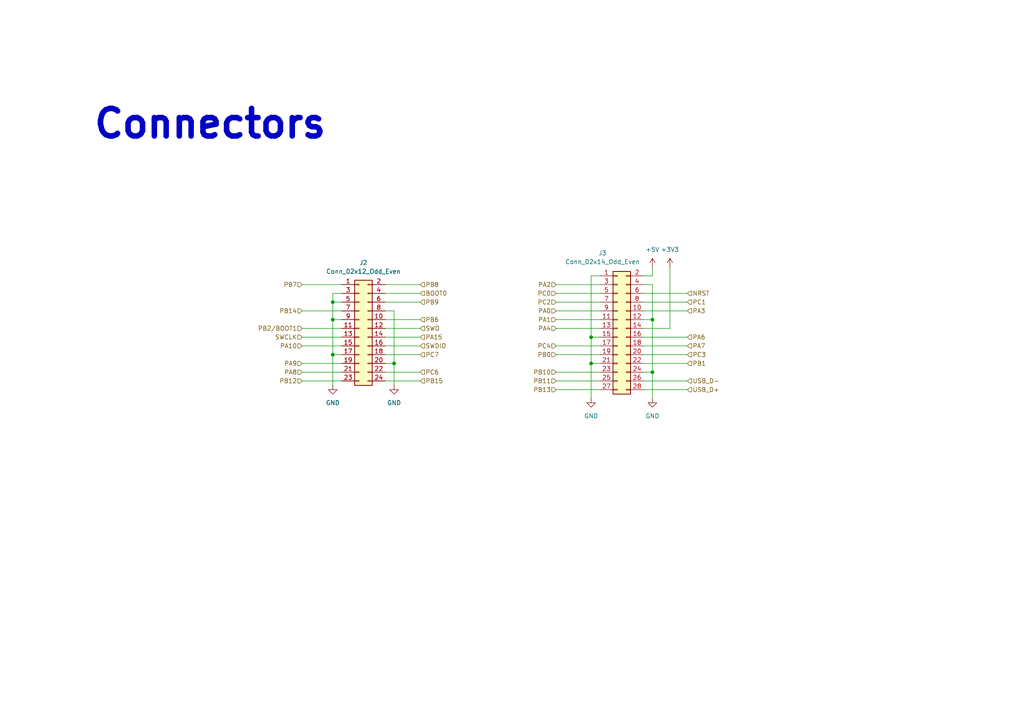
<source format=kicad_sch>
(kicad_sch
	(version 20231120)
	(generator "eeschema")
	(generator_version "8.0")
	(uuid "3a2bdeda-951e-4dd1-9900-f5fbd165c490")
	(paper "A4")
	(lib_symbols
		(symbol "Connector_Generic:Conn_02x12_Odd_Even"
			(pin_names
				(offset 1.016) hide)
			(exclude_from_sim no)
			(in_bom yes)
			(on_board yes)
			(property "Reference" "J"
				(at 1.27 15.24 0)
				(effects
					(font
						(size 1.27 1.27)
					)
				)
			)
			(property "Value" "Conn_02x12_Odd_Even"
				(at 1.27 -17.78 0)
				(effects
					(font
						(size 1.27 1.27)
					)
				)
			)
			(property "Footprint" ""
				(at 0 0 0)
				(effects
					(font
						(size 1.27 1.27)
					)
					(hide yes)
				)
			)
			(property "Datasheet" "~"
				(at 0 0 0)
				(effects
					(font
						(size 1.27 1.27)
					)
					(hide yes)
				)
			)
			(property "Description" "Generic connector, double row, 02x12, odd/even pin numbering scheme (row 1 odd numbers, row 2 even numbers), script generated (kicad-library-utils/schlib/autogen/connector/)"
				(at 0 0 0)
				(effects
					(font
						(size 1.27 1.27)
					)
					(hide yes)
				)
			)
			(property "ki_keywords" "connector"
				(at 0 0 0)
				(effects
					(font
						(size 1.27 1.27)
					)
					(hide yes)
				)
			)
			(property "ki_fp_filters" "Connector*:*_2x??_*"
				(at 0 0 0)
				(effects
					(font
						(size 1.27 1.27)
					)
					(hide yes)
				)
			)
			(symbol "Conn_02x12_Odd_Even_1_1"
				(rectangle
					(start -1.27 -15.113)
					(end 0 -15.367)
					(stroke
						(width 0.1524)
						(type default)
					)
					(fill
						(type none)
					)
				)
				(rectangle
					(start -1.27 -12.573)
					(end 0 -12.827)
					(stroke
						(width 0.1524)
						(type default)
					)
					(fill
						(type none)
					)
				)
				(rectangle
					(start -1.27 -10.033)
					(end 0 -10.287)
					(stroke
						(width 0.1524)
						(type default)
					)
					(fill
						(type none)
					)
				)
				(rectangle
					(start -1.27 -7.493)
					(end 0 -7.747)
					(stroke
						(width 0.1524)
						(type default)
					)
					(fill
						(type none)
					)
				)
				(rectangle
					(start -1.27 -4.953)
					(end 0 -5.207)
					(stroke
						(width 0.1524)
						(type default)
					)
					(fill
						(type none)
					)
				)
				(rectangle
					(start -1.27 -2.413)
					(end 0 -2.667)
					(stroke
						(width 0.1524)
						(type default)
					)
					(fill
						(type none)
					)
				)
				(rectangle
					(start -1.27 0.127)
					(end 0 -0.127)
					(stroke
						(width 0.1524)
						(type default)
					)
					(fill
						(type none)
					)
				)
				(rectangle
					(start -1.27 2.667)
					(end 0 2.413)
					(stroke
						(width 0.1524)
						(type default)
					)
					(fill
						(type none)
					)
				)
				(rectangle
					(start -1.27 5.207)
					(end 0 4.953)
					(stroke
						(width 0.1524)
						(type default)
					)
					(fill
						(type none)
					)
				)
				(rectangle
					(start -1.27 7.747)
					(end 0 7.493)
					(stroke
						(width 0.1524)
						(type default)
					)
					(fill
						(type none)
					)
				)
				(rectangle
					(start -1.27 10.287)
					(end 0 10.033)
					(stroke
						(width 0.1524)
						(type default)
					)
					(fill
						(type none)
					)
				)
				(rectangle
					(start -1.27 12.827)
					(end 0 12.573)
					(stroke
						(width 0.1524)
						(type default)
					)
					(fill
						(type none)
					)
				)
				(rectangle
					(start -1.27 13.97)
					(end 3.81 -16.51)
					(stroke
						(width 0.254)
						(type default)
					)
					(fill
						(type background)
					)
				)
				(rectangle
					(start 3.81 -15.113)
					(end 2.54 -15.367)
					(stroke
						(width 0.1524)
						(type default)
					)
					(fill
						(type none)
					)
				)
				(rectangle
					(start 3.81 -12.573)
					(end 2.54 -12.827)
					(stroke
						(width 0.1524)
						(type default)
					)
					(fill
						(type none)
					)
				)
				(rectangle
					(start 3.81 -10.033)
					(end 2.54 -10.287)
					(stroke
						(width 0.1524)
						(type default)
					)
					(fill
						(type none)
					)
				)
				(rectangle
					(start 3.81 -7.493)
					(end 2.54 -7.747)
					(stroke
						(width 0.1524)
						(type default)
					)
					(fill
						(type none)
					)
				)
				(rectangle
					(start 3.81 -4.953)
					(end 2.54 -5.207)
					(stroke
						(width 0.1524)
						(type default)
					)
					(fill
						(type none)
					)
				)
				(rectangle
					(start 3.81 -2.413)
					(end 2.54 -2.667)
					(stroke
						(width 0.1524)
						(type default)
					)
					(fill
						(type none)
					)
				)
				(rectangle
					(start 3.81 0.127)
					(end 2.54 -0.127)
					(stroke
						(width 0.1524)
						(type default)
					)
					(fill
						(type none)
					)
				)
				(rectangle
					(start 3.81 2.667)
					(end 2.54 2.413)
					(stroke
						(width 0.1524)
						(type default)
					)
					(fill
						(type none)
					)
				)
				(rectangle
					(start 3.81 5.207)
					(end 2.54 4.953)
					(stroke
						(width 0.1524)
						(type default)
					)
					(fill
						(type none)
					)
				)
				(rectangle
					(start 3.81 7.747)
					(end 2.54 7.493)
					(stroke
						(width 0.1524)
						(type default)
					)
					(fill
						(type none)
					)
				)
				(rectangle
					(start 3.81 10.287)
					(end 2.54 10.033)
					(stroke
						(width 0.1524)
						(type default)
					)
					(fill
						(type none)
					)
				)
				(rectangle
					(start 3.81 12.827)
					(end 2.54 12.573)
					(stroke
						(width 0.1524)
						(type default)
					)
					(fill
						(type none)
					)
				)
				(pin passive line
					(at -5.08 12.7 0)
					(length 3.81)
					(name "Pin_1"
						(effects
							(font
								(size 1.27 1.27)
							)
						)
					)
					(number "1"
						(effects
							(font
								(size 1.27 1.27)
							)
						)
					)
				)
				(pin passive line
					(at 7.62 2.54 180)
					(length 3.81)
					(name "Pin_10"
						(effects
							(font
								(size 1.27 1.27)
							)
						)
					)
					(number "10"
						(effects
							(font
								(size 1.27 1.27)
							)
						)
					)
				)
				(pin passive line
					(at -5.08 0 0)
					(length 3.81)
					(name "Pin_11"
						(effects
							(font
								(size 1.27 1.27)
							)
						)
					)
					(number "11"
						(effects
							(font
								(size 1.27 1.27)
							)
						)
					)
				)
				(pin passive line
					(at 7.62 0 180)
					(length 3.81)
					(name "Pin_12"
						(effects
							(font
								(size 1.27 1.27)
							)
						)
					)
					(number "12"
						(effects
							(font
								(size 1.27 1.27)
							)
						)
					)
				)
				(pin passive line
					(at -5.08 -2.54 0)
					(length 3.81)
					(name "Pin_13"
						(effects
							(font
								(size 1.27 1.27)
							)
						)
					)
					(number "13"
						(effects
							(font
								(size 1.27 1.27)
							)
						)
					)
				)
				(pin passive line
					(at 7.62 -2.54 180)
					(length 3.81)
					(name "Pin_14"
						(effects
							(font
								(size 1.27 1.27)
							)
						)
					)
					(number "14"
						(effects
							(font
								(size 1.27 1.27)
							)
						)
					)
				)
				(pin passive line
					(at -5.08 -5.08 0)
					(length 3.81)
					(name "Pin_15"
						(effects
							(font
								(size 1.27 1.27)
							)
						)
					)
					(number "15"
						(effects
							(font
								(size 1.27 1.27)
							)
						)
					)
				)
				(pin passive line
					(at 7.62 -5.08 180)
					(length 3.81)
					(name "Pin_16"
						(effects
							(font
								(size 1.27 1.27)
							)
						)
					)
					(number "16"
						(effects
							(font
								(size 1.27 1.27)
							)
						)
					)
				)
				(pin passive line
					(at -5.08 -7.62 0)
					(length 3.81)
					(name "Pin_17"
						(effects
							(font
								(size 1.27 1.27)
							)
						)
					)
					(number "17"
						(effects
							(font
								(size 1.27 1.27)
							)
						)
					)
				)
				(pin passive line
					(at 7.62 -7.62 180)
					(length 3.81)
					(name "Pin_18"
						(effects
							(font
								(size 1.27 1.27)
							)
						)
					)
					(number "18"
						(effects
							(font
								(size 1.27 1.27)
							)
						)
					)
				)
				(pin passive line
					(at -5.08 -10.16 0)
					(length 3.81)
					(name "Pin_19"
						(effects
							(font
								(size 1.27 1.27)
							)
						)
					)
					(number "19"
						(effects
							(font
								(size 1.27 1.27)
							)
						)
					)
				)
				(pin passive line
					(at 7.62 12.7 180)
					(length 3.81)
					(name "Pin_2"
						(effects
							(font
								(size 1.27 1.27)
							)
						)
					)
					(number "2"
						(effects
							(font
								(size 1.27 1.27)
							)
						)
					)
				)
				(pin passive line
					(at 7.62 -10.16 180)
					(length 3.81)
					(name "Pin_20"
						(effects
							(font
								(size 1.27 1.27)
							)
						)
					)
					(number "20"
						(effects
							(font
								(size 1.27 1.27)
							)
						)
					)
				)
				(pin passive line
					(at -5.08 -12.7 0)
					(length 3.81)
					(name "Pin_21"
						(effects
							(font
								(size 1.27 1.27)
							)
						)
					)
					(number "21"
						(effects
							(font
								(size 1.27 1.27)
							)
						)
					)
				)
				(pin passive line
					(at 7.62 -12.7 180)
					(length 3.81)
					(name "Pin_22"
						(effects
							(font
								(size 1.27 1.27)
							)
						)
					)
					(number "22"
						(effects
							(font
								(size 1.27 1.27)
							)
						)
					)
				)
				(pin passive line
					(at -5.08 -15.24 0)
					(length 3.81)
					(name "Pin_23"
						(effects
							(font
								(size 1.27 1.27)
							)
						)
					)
					(number "23"
						(effects
							(font
								(size 1.27 1.27)
							)
						)
					)
				)
				(pin passive line
					(at 7.62 -15.24 180)
					(length 3.81)
					(name "Pin_24"
						(effects
							(font
								(size 1.27 1.27)
							)
						)
					)
					(number "24"
						(effects
							(font
								(size 1.27 1.27)
							)
						)
					)
				)
				(pin passive line
					(at -5.08 10.16 0)
					(length 3.81)
					(name "Pin_3"
						(effects
							(font
								(size 1.27 1.27)
							)
						)
					)
					(number "3"
						(effects
							(font
								(size 1.27 1.27)
							)
						)
					)
				)
				(pin passive line
					(at 7.62 10.16 180)
					(length 3.81)
					(name "Pin_4"
						(effects
							(font
								(size 1.27 1.27)
							)
						)
					)
					(number "4"
						(effects
							(font
								(size 1.27 1.27)
							)
						)
					)
				)
				(pin passive line
					(at -5.08 7.62 0)
					(length 3.81)
					(name "Pin_5"
						(effects
							(font
								(size 1.27 1.27)
							)
						)
					)
					(number "5"
						(effects
							(font
								(size 1.27 1.27)
							)
						)
					)
				)
				(pin passive line
					(at 7.62 7.62 180)
					(length 3.81)
					(name "Pin_6"
						(effects
							(font
								(size 1.27 1.27)
							)
						)
					)
					(number "6"
						(effects
							(font
								(size 1.27 1.27)
							)
						)
					)
				)
				(pin passive line
					(at -5.08 5.08 0)
					(length 3.81)
					(name "Pin_7"
						(effects
							(font
								(size 1.27 1.27)
							)
						)
					)
					(number "7"
						(effects
							(font
								(size 1.27 1.27)
							)
						)
					)
				)
				(pin passive line
					(at 7.62 5.08 180)
					(length 3.81)
					(name "Pin_8"
						(effects
							(font
								(size 1.27 1.27)
							)
						)
					)
					(number "8"
						(effects
							(font
								(size 1.27 1.27)
							)
						)
					)
				)
				(pin passive line
					(at -5.08 2.54 0)
					(length 3.81)
					(name "Pin_9"
						(effects
							(font
								(size 1.27 1.27)
							)
						)
					)
					(number "9"
						(effects
							(font
								(size 1.27 1.27)
							)
						)
					)
				)
			)
		)
		(symbol "Connector_Generic:Conn_02x14_Odd_Even"
			(pin_names
				(offset 1.016) hide)
			(exclude_from_sim no)
			(in_bom yes)
			(on_board yes)
			(property "Reference" "J"
				(at 1.27 17.78 0)
				(effects
					(font
						(size 1.27 1.27)
					)
				)
			)
			(property "Value" "Conn_02x14_Odd_Even"
				(at 1.27 -20.32 0)
				(effects
					(font
						(size 1.27 1.27)
					)
				)
			)
			(property "Footprint" ""
				(at 0 0 0)
				(effects
					(font
						(size 1.27 1.27)
					)
					(hide yes)
				)
			)
			(property "Datasheet" "~"
				(at 0 0 0)
				(effects
					(font
						(size 1.27 1.27)
					)
					(hide yes)
				)
			)
			(property "Description" "Generic connector, double row, 02x14, odd/even pin numbering scheme (row 1 odd numbers, row 2 even numbers), script generated (kicad-library-utils/schlib/autogen/connector/)"
				(at 0 0 0)
				(effects
					(font
						(size 1.27 1.27)
					)
					(hide yes)
				)
			)
			(property "ki_keywords" "connector"
				(at 0 0 0)
				(effects
					(font
						(size 1.27 1.27)
					)
					(hide yes)
				)
			)
			(property "ki_fp_filters" "Connector*:*_2x??_*"
				(at 0 0 0)
				(effects
					(font
						(size 1.27 1.27)
					)
					(hide yes)
				)
			)
			(symbol "Conn_02x14_Odd_Even_1_1"
				(rectangle
					(start -1.27 -17.653)
					(end 0 -17.907)
					(stroke
						(width 0.1524)
						(type default)
					)
					(fill
						(type none)
					)
				)
				(rectangle
					(start -1.27 -15.113)
					(end 0 -15.367)
					(stroke
						(width 0.1524)
						(type default)
					)
					(fill
						(type none)
					)
				)
				(rectangle
					(start -1.27 -12.573)
					(end 0 -12.827)
					(stroke
						(width 0.1524)
						(type default)
					)
					(fill
						(type none)
					)
				)
				(rectangle
					(start -1.27 -10.033)
					(end 0 -10.287)
					(stroke
						(width 0.1524)
						(type default)
					)
					(fill
						(type none)
					)
				)
				(rectangle
					(start -1.27 -7.493)
					(end 0 -7.747)
					(stroke
						(width 0.1524)
						(type default)
					)
					(fill
						(type none)
					)
				)
				(rectangle
					(start -1.27 -4.953)
					(end 0 -5.207)
					(stroke
						(width 0.1524)
						(type default)
					)
					(fill
						(type none)
					)
				)
				(rectangle
					(start -1.27 -2.413)
					(end 0 -2.667)
					(stroke
						(width 0.1524)
						(type default)
					)
					(fill
						(type none)
					)
				)
				(rectangle
					(start -1.27 0.127)
					(end 0 -0.127)
					(stroke
						(width 0.1524)
						(type default)
					)
					(fill
						(type none)
					)
				)
				(rectangle
					(start -1.27 2.667)
					(end 0 2.413)
					(stroke
						(width 0.1524)
						(type default)
					)
					(fill
						(type none)
					)
				)
				(rectangle
					(start -1.27 5.207)
					(end 0 4.953)
					(stroke
						(width 0.1524)
						(type default)
					)
					(fill
						(type none)
					)
				)
				(rectangle
					(start -1.27 7.747)
					(end 0 7.493)
					(stroke
						(width 0.1524)
						(type default)
					)
					(fill
						(type none)
					)
				)
				(rectangle
					(start -1.27 10.287)
					(end 0 10.033)
					(stroke
						(width 0.1524)
						(type default)
					)
					(fill
						(type none)
					)
				)
				(rectangle
					(start -1.27 12.827)
					(end 0 12.573)
					(stroke
						(width 0.1524)
						(type default)
					)
					(fill
						(type none)
					)
				)
				(rectangle
					(start -1.27 15.367)
					(end 0 15.113)
					(stroke
						(width 0.1524)
						(type default)
					)
					(fill
						(type none)
					)
				)
				(rectangle
					(start -1.27 16.51)
					(end 3.81 -19.05)
					(stroke
						(width 0.254)
						(type default)
					)
					(fill
						(type background)
					)
				)
				(rectangle
					(start 3.81 -17.653)
					(end 2.54 -17.907)
					(stroke
						(width 0.1524)
						(type default)
					)
					(fill
						(type none)
					)
				)
				(rectangle
					(start 3.81 -15.113)
					(end 2.54 -15.367)
					(stroke
						(width 0.1524)
						(type default)
					)
					(fill
						(type none)
					)
				)
				(rectangle
					(start 3.81 -12.573)
					(end 2.54 -12.827)
					(stroke
						(width 0.1524)
						(type default)
					)
					(fill
						(type none)
					)
				)
				(rectangle
					(start 3.81 -10.033)
					(end 2.54 -10.287)
					(stroke
						(width 0.1524)
						(type default)
					)
					(fill
						(type none)
					)
				)
				(rectangle
					(start 3.81 -7.493)
					(end 2.54 -7.747)
					(stroke
						(width 0.1524)
						(type default)
					)
					(fill
						(type none)
					)
				)
				(rectangle
					(start 3.81 -4.953)
					(end 2.54 -5.207)
					(stroke
						(width 0.1524)
						(type default)
					)
					(fill
						(type none)
					)
				)
				(rectangle
					(start 3.81 -2.413)
					(end 2.54 -2.667)
					(stroke
						(width 0.1524)
						(type default)
					)
					(fill
						(type none)
					)
				)
				(rectangle
					(start 3.81 0.127)
					(end 2.54 -0.127)
					(stroke
						(width 0.1524)
						(type default)
					)
					(fill
						(type none)
					)
				)
				(rectangle
					(start 3.81 2.667)
					(end 2.54 2.413)
					(stroke
						(width 0.1524)
						(type default)
					)
					(fill
						(type none)
					)
				)
				(rectangle
					(start 3.81 5.207)
					(end 2.54 4.953)
					(stroke
						(width 0.1524)
						(type default)
					)
					(fill
						(type none)
					)
				)
				(rectangle
					(start 3.81 7.747)
					(end 2.54 7.493)
					(stroke
						(width 0.1524)
						(type default)
					)
					(fill
						(type none)
					)
				)
				(rectangle
					(start 3.81 10.287)
					(end 2.54 10.033)
					(stroke
						(width 0.1524)
						(type default)
					)
					(fill
						(type none)
					)
				)
				(rectangle
					(start 3.81 12.827)
					(end 2.54 12.573)
					(stroke
						(width 0.1524)
						(type default)
					)
					(fill
						(type none)
					)
				)
				(rectangle
					(start 3.81 15.367)
					(end 2.54 15.113)
					(stroke
						(width 0.1524)
						(type default)
					)
					(fill
						(type none)
					)
				)
				(pin passive line
					(at -5.08 15.24 0)
					(length 3.81)
					(name "Pin_1"
						(effects
							(font
								(size 1.27 1.27)
							)
						)
					)
					(number "1"
						(effects
							(font
								(size 1.27 1.27)
							)
						)
					)
				)
				(pin passive line
					(at 7.62 5.08 180)
					(length 3.81)
					(name "Pin_10"
						(effects
							(font
								(size 1.27 1.27)
							)
						)
					)
					(number "10"
						(effects
							(font
								(size 1.27 1.27)
							)
						)
					)
				)
				(pin passive line
					(at -5.08 2.54 0)
					(length 3.81)
					(name "Pin_11"
						(effects
							(font
								(size 1.27 1.27)
							)
						)
					)
					(number "11"
						(effects
							(font
								(size 1.27 1.27)
							)
						)
					)
				)
				(pin passive line
					(at 7.62 2.54 180)
					(length 3.81)
					(name "Pin_12"
						(effects
							(font
								(size 1.27 1.27)
							)
						)
					)
					(number "12"
						(effects
							(font
								(size 1.27 1.27)
							)
						)
					)
				)
				(pin passive line
					(at -5.08 0 0)
					(length 3.81)
					(name "Pin_13"
						(effects
							(font
								(size 1.27 1.27)
							)
						)
					)
					(number "13"
						(effects
							(font
								(size 1.27 1.27)
							)
						)
					)
				)
				(pin passive line
					(at 7.62 0 180)
					(length 3.81)
					(name "Pin_14"
						(effects
							(font
								(size 1.27 1.27)
							)
						)
					)
					(number "14"
						(effects
							(font
								(size 1.27 1.27)
							)
						)
					)
				)
				(pin passive line
					(at -5.08 -2.54 0)
					(length 3.81)
					(name "Pin_15"
						(effects
							(font
								(size 1.27 1.27)
							)
						)
					)
					(number "15"
						(effects
							(font
								(size 1.27 1.27)
							)
						)
					)
				)
				(pin passive line
					(at 7.62 -2.54 180)
					(length 3.81)
					(name "Pin_16"
						(effects
							(font
								(size 1.27 1.27)
							)
						)
					)
					(number "16"
						(effects
							(font
								(size 1.27 1.27)
							)
						)
					)
				)
				(pin passive line
					(at -5.08 -5.08 0)
					(length 3.81)
					(name "Pin_17"
						(effects
							(font
								(size 1.27 1.27)
							)
						)
					)
					(number "17"
						(effects
							(font
								(size 1.27 1.27)
							)
						)
					)
				)
				(pin passive line
					(at 7.62 -5.08 180)
					(length 3.81)
					(name "Pin_18"
						(effects
							(font
								(size 1.27 1.27)
							)
						)
					)
					(number "18"
						(effects
							(font
								(size 1.27 1.27)
							)
						)
					)
				)
				(pin passive line
					(at -5.08 -7.62 0)
					(length 3.81)
					(name "Pin_19"
						(effects
							(font
								(size 1.27 1.27)
							)
						)
					)
					(number "19"
						(effects
							(font
								(size 1.27 1.27)
							)
						)
					)
				)
				(pin passive line
					(at 7.62 15.24 180)
					(length 3.81)
					(name "Pin_2"
						(effects
							(font
								(size 1.27 1.27)
							)
						)
					)
					(number "2"
						(effects
							(font
								(size 1.27 1.27)
							)
						)
					)
				)
				(pin passive line
					(at 7.62 -7.62 180)
					(length 3.81)
					(name "Pin_20"
						(effects
							(font
								(size 1.27 1.27)
							)
						)
					)
					(number "20"
						(effects
							(font
								(size 1.27 1.27)
							)
						)
					)
				)
				(pin passive line
					(at -5.08 -10.16 0)
					(length 3.81)
					(name "Pin_21"
						(effects
							(font
								(size 1.27 1.27)
							)
						)
					)
					(number "21"
						(effects
							(font
								(size 1.27 1.27)
							)
						)
					)
				)
				(pin passive line
					(at 7.62 -10.16 180)
					(length 3.81)
					(name "Pin_22"
						(effects
							(font
								(size 1.27 1.27)
							)
						)
					)
					(number "22"
						(effects
							(font
								(size 1.27 1.27)
							)
						)
					)
				)
				(pin passive line
					(at -5.08 -12.7 0)
					(length 3.81)
					(name "Pin_23"
						(effects
							(font
								(size 1.27 1.27)
							)
						)
					)
					(number "23"
						(effects
							(font
								(size 1.27 1.27)
							)
						)
					)
				)
				(pin passive line
					(at 7.62 -12.7 180)
					(length 3.81)
					(name "Pin_24"
						(effects
							(font
								(size 1.27 1.27)
							)
						)
					)
					(number "24"
						(effects
							(font
								(size 1.27 1.27)
							)
						)
					)
				)
				(pin passive line
					(at -5.08 -15.24 0)
					(length 3.81)
					(name "Pin_25"
						(effects
							(font
								(size 1.27 1.27)
							)
						)
					)
					(number "25"
						(effects
							(font
								(size 1.27 1.27)
							)
						)
					)
				)
				(pin passive line
					(at 7.62 -15.24 180)
					(length 3.81)
					(name "Pin_26"
						(effects
							(font
								(size 1.27 1.27)
							)
						)
					)
					(number "26"
						(effects
							(font
								(size 1.27 1.27)
							)
						)
					)
				)
				(pin passive line
					(at -5.08 -17.78 0)
					(length 3.81)
					(name "Pin_27"
						(effects
							(font
								(size 1.27 1.27)
							)
						)
					)
					(number "27"
						(effects
							(font
								(size 1.27 1.27)
							)
						)
					)
				)
				(pin passive line
					(at 7.62 -17.78 180)
					(length 3.81)
					(name "Pin_28"
						(effects
							(font
								(size 1.27 1.27)
							)
						)
					)
					(number "28"
						(effects
							(font
								(size 1.27 1.27)
							)
						)
					)
				)
				(pin passive line
					(at -5.08 12.7 0)
					(length 3.81)
					(name "Pin_3"
						(effects
							(font
								(size 1.27 1.27)
							)
						)
					)
					(number "3"
						(effects
							(font
								(size 1.27 1.27)
							)
						)
					)
				)
				(pin passive line
					(at 7.62 12.7 180)
					(length 3.81)
					(name "Pin_4"
						(effects
							(font
								(size 1.27 1.27)
							)
						)
					)
					(number "4"
						(effects
							(font
								(size 1.27 1.27)
							)
						)
					)
				)
				(pin passive line
					(at -5.08 10.16 0)
					(length 3.81)
					(name "Pin_5"
						(effects
							(font
								(size 1.27 1.27)
							)
						)
					)
					(number "5"
						(effects
							(font
								(size 1.27 1.27)
							)
						)
					)
				)
				(pin passive line
					(at 7.62 10.16 180)
					(length 3.81)
					(name "Pin_6"
						(effects
							(font
								(size 1.27 1.27)
							)
						)
					)
					(number "6"
						(effects
							(font
								(size 1.27 1.27)
							)
						)
					)
				)
				(pin passive line
					(at -5.08 7.62 0)
					(length 3.81)
					(name "Pin_7"
						(effects
							(font
								(size 1.27 1.27)
							)
						)
					)
					(number "7"
						(effects
							(font
								(size 1.27 1.27)
							)
						)
					)
				)
				(pin passive line
					(at 7.62 7.62 180)
					(length 3.81)
					(name "Pin_8"
						(effects
							(font
								(size 1.27 1.27)
							)
						)
					)
					(number "8"
						(effects
							(font
								(size 1.27 1.27)
							)
						)
					)
				)
				(pin passive line
					(at -5.08 5.08 0)
					(length 3.81)
					(name "Pin_9"
						(effects
							(font
								(size 1.27 1.27)
							)
						)
					)
					(number "9"
						(effects
							(font
								(size 1.27 1.27)
							)
						)
					)
				)
			)
		)
		(symbol "power:+3V3"
			(power)
			(pin_numbers hide)
			(pin_names
				(offset 0) hide)
			(exclude_from_sim no)
			(in_bom yes)
			(on_board yes)
			(property "Reference" "#PWR"
				(at 0 -3.81 0)
				(effects
					(font
						(size 1.27 1.27)
					)
					(hide yes)
				)
			)
			(property "Value" "+3V3"
				(at 0 3.556 0)
				(effects
					(font
						(size 1.27 1.27)
					)
				)
			)
			(property "Footprint" ""
				(at 0 0 0)
				(effects
					(font
						(size 1.27 1.27)
					)
					(hide yes)
				)
			)
			(property "Datasheet" ""
				(at 0 0 0)
				(effects
					(font
						(size 1.27 1.27)
					)
					(hide yes)
				)
			)
			(property "Description" "Power symbol creates a global label with name \"+3V3\""
				(at 0 0 0)
				(effects
					(font
						(size 1.27 1.27)
					)
					(hide yes)
				)
			)
			(property "ki_keywords" "global power"
				(at 0 0 0)
				(effects
					(font
						(size 1.27 1.27)
					)
					(hide yes)
				)
			)
			(symbol "+3V3_0_1"
				(polyline
					(pts
						(xy -0.762 1.27) (xy 0 2.54)
					)
					(stroke
						(width 0)
						(type default)
					)
					(fill
						(type none)
					)
				)
				(polyline
					(pts
						(xy 0 0) (xy 0 2.54)
					)
					(stroke
						(width 0)
						(type default)
					)
					(fill
						(type none)
					)
				)
				(polyline
					(pts
						(xy 0 2.54) (xy 0.762 1.27)
					)
					(stroke
						(width 0)
						(type default)
					)
					(fill
						(type none)
					)
				)
			)
			(symbol "+3V3_1_1"
				(pin power_in line
					(at 0 0 90)
					(length 0)
					(name "~"
						(effects
							(font
								(size 1.27 1.27)
							)
						)
					)
					(number "1"
						(effects
							(font
								(size 1.27 1.27)
							)
						)
					)
				)
			)
		)
		(symbol "power:+5V"
			(power)
			(pin_numbers hide)
			(pin_names
				(offset 0) hide)
			(exclude_from_sim no)
			(in_bom yes)
			(on_board yes)
			(property "Reference" "#PWR"
				(at 0 -3.81 0)
				(effects
					(font
						(size 1.27 1.27)
					)
					(hide yes)
				)
			)
			(property "Value" "+5V"
				(at 0 3.556 0)
				(effects
					(font
						(size 1.27 1.27)
					)
				)
			)
			(property "Footprint" ""
				(at 0 0 0)
				(effects
					(font
						(size 1.27 1.27)
					)
					(hide yes)
				)
			)
			(property "Datasheet" ""
				(at 0 0 0)
				(effects
					(font
						(size 1.27 1.27)
					)
					(hide yes)
				)
			)
			(property "Description" "Power symbol creates a global label with name \"+5V\""
				(at 0 0 0)
				(effects
					(font
						(size 1.27 1.27)
					)
					(hide yes)
				)
			)
			(property "ki_keywords" "global power"
				(at 0 0 0)
				(effects
					(font
						(size 1.27 1.27)
					)
					(hide yes)
				)
			)
			(symbol "+5V_0_1"
				(polyline
					(pts
						(xy -0.762 1.27) (xy 0 2.54)
					)
					(stroke
						(width 0)
						(type default)
					)
					(fill
						(type none)
					)
				)
				(polyline
					(pts
						(xy 0 0) (xy 0 2.54)
					)
					(stroke
						(width 0)
						(type default)
					)
					(fill
						(type none)
					)
				)
				(polyline
					(pts
						(xy 0 2.54) (xy 0.762 1.27)
					)
					(stroke
						(width 0)
						(type default)
					)
					(fill
						(type none)
					)
				)
			)
			(symbol "+5V_1_1"
				(pin power_in line
					(at 0 0 90)
					(length 0)
					(name "~"
						(effects
							(font
								(size 1.27 1.27)
							)
						)
					)
					(number "1"
						(effects
							(font
								(size 1.27 1.27)
							)
						)
					)
				)
			)
		)
		(symbol "power:GND"
			(power)
			(pin_numbers hide)
			(pin_names
				(offset 0) hide)
			(exclude_from_sim no)
			(in_bom yes)
			(on_board yes)
			(property "Reference" "#PWR"
				(at 0 -6.35 0)
				(effects
					(font
						(size 1.27 1.27)
					)
					(hide yes)
				)
			)
			(property "Value" "GND"
				(at 0 -3.81 0)
				(effects
					(font
						(size 1.27 1.27)
					)
				)
			)
			(property "Footprint" ""
				(at 0 0 0)
				(effects
					(font
						(size 1.27 1.27)
					)
					(hide yes)
				)
			)
			(property "Datasheet" ""
				(at 0 0 0)
				(effects
					(font
						(size 1.27 1.27)
					)
					(hide yes)
				)
			)
			(property "Description" "Power symbol creates a global label with name \"GND\" , ground"
				(at 0 0 0)
				(effects
					(font
						(size 1.27 1.27)
					)
					(hide yes)
				)
			)
			(property "ki_keywords" "global power"
				(at 0 0 0)
				(effects
					(font
						(size 1.27 1.27)
					)
					(hide yes)
				)
			)
			(symbol "GND_0_1"
				(polyline
					(pts
						(xy 0 0) (xy 0 -1.27) (xy 1.27 -1.27) (xy 0 -2.54) (xy -1.27 -1.27) (xy 0 -1.27)
					)
					(stroke
						(width 0)
						(type default)
					)
					(fill
						(type none)
					)
				)
			)
			(symbol "GND_1_1"
				(pin power_in line
					(at 0 0 270)
					(length 0)
					(name "~"
						(effects
							(font
								(size 1.27 1.27)
							)
						)
					)
					(number "1"
						(effects
							(font
								(size 1.27 1.27)
							)
						)
					)
				)
			)
		)
	)
	(junction
		(at 96.52 102.87)
		(diameter 0)
		(color 0 0 0 0)
		(uuid "087a8e9f-d0a6-47fe-a11f-64af56cd599c")
	)
	(junction
		(at 96.52 92.71)
		(diameter 0)
		(color 0 0 0 0)
		(uuid "2389681f-f9f3-4e42-9a43-a1d0ac55f23a")
	)
	(junction
		(at 171.45 97.79)
		(diameter 0)
		(color 0 0 0 0)
		(uuid "7a2eb8a9-fa6c-46c5-9b66-c533a7eb45ed")
	)
	(junction
		(at 189.23 107.95)
		(diameter 0)
		(color 0 0 0 0)
		(uuid "7b98de72-4c97-4459-9f31-c18c3579c861")
	)
	(junction
		(at 189.23 92.71)
		(diameter 0)
		(color 0 0 0 0)
		(uuid "a7559205-6d5e-4da1-a297-10eb64cca6b3")
	)
	(junction
		(at 96.52 87.63)
		(diameter 0)
		(color 0 0 0 0)
		(uuid "b36976ee-b378-4d36-9948-e63cf78c04c2")
	)
	(junction
		(at 114.3 105.41)
		(diameter 0)
		(color 0 0 0 0)
		(uuid "e22d715f-7a66-4d10-b7b8-81ed4deeca46")
	)
	(junction
		(at 171.45 105.41)
		(diameter 0)
		(color 0 0 0 0)
		(uuid "e878ac07-bae5-4807-9140-8824f9ed8347")
	)
	(wire
		(pts
			(xy 96.52 102.87) (xy 96.52 111.76)
		)
		(stroke
			(width 0)
			(type default)
		)
		(uuid "0879b902-7207-4832-9946-b023aef46db7")
	)
	(wire
		(pts
			(xy 87.63 100.33) (xy 99.06 100.33)
		)
		(stroke
			(width 0)
			(type default)
		)
		(uuid "098b395b-5729-4beb-8ec1-4455c9fe2b47")
	)
	(wire
		(pts
			(xy 161.29 92.71) (xy 173.99 92.71)
		)
		(stroke
			(width 0)
			(type default)
		)
		(uuid "0afcc944-f06d-4b1c-ad96-27caa80e2736")
	)
	(wire
		(pts
			(xy 161.29 85.09) (xy 173.99 85.09)
		)
		(stroke
			(width 0)
			(type default)
		)
		(uuid "0c50d057-1d2d-485c-aa06-b3d7ecd00e04")
	)
	(wire
		(pts
			(xy 111.76 105.41) (xy 114.3 105.41)
		)
		(stroke
			(width 0)
			(type default)
		)
		(uuid "0e3d73b1-3528-4e38-950a-f2ddd7826e56")
	)
	(wire
		(pts
			(xy 194.31 77.47) (xy 194.31 95.25)
		)
		(stroke
			(width 0)
			(type default)
		)
		(uuid "0e6291bf-4ab3-4ebc-a1b3-d472c1ecc220")
	)
	(wire
		(pts
			(xy 114.3 90.17) (xy 114.3 105.41)
		)
		(stroke
			(width 0)
			(type default)
		)
		(uuid "133f36a0-b93f-4f09-9737-5e0a02fa338c")
	)
	(wire
		(pts
			(xy 87.63 97.79) (xy 99.06 97.79)
		)
		(stroke
			(width 0)
			(type default)
		)
		(uuid "179e8721-b5ee-4884-963b-cd5a80fca06f")
	)
	(wire
		(pts
			(xy 87.63 107.95) (xy 99.06 107.95)
		)
		(stroke
			(width 0)
			(type default)
		)
		(uuid "192eb06f-d0a5-448d-b82c-33c90c9fa82f")
	)
	(wire
		(pts
			(xy 189.23 115.57) (xy 189.23 107.95)
		)
		(stroke
			(width 0)
			(type default)
		)
		(uuid "27bf4a4b-661d-437c-b63e-835bf407b0d0")
	)
	(wire
		(pts
			(xy 199.39 97.79) (xy 186.69 97.79)
		)
		(stroke
			(width 0)
			(type default)
		)
		(uuid "2bce7b48-2d89-4a9d-a2d0-4e903c53a825")
	)
	(wire
		(pts
			(xy 161.29 110.49) (xy 173.99 110.49)
		)
		(stroke
			(width 0)
			(type default)
		)
		(uuid "2d450e97-f01b-4735-8d3b-f74a991a449a")
	)
	(wire
		(pts
			(xy 161.29 100.33) (xy 173.99 100.33)
		)
		(stroke
			(width 0)
			(type default)
		)
		(uuid "3559eafe-0c15-421a-83c4-d60834aa5818")
	)
	(wire
		(pts
			(xy 199.39 87.63) (xy 186.69 87.63)
		)
		(stroke
			(width 0)
			(type default)
		)
		(uuid "37599b53-d13f-438e-8d3b-00884a76c3d4")
	)
	(wire
		(pts
			(xy 189.23 77.47) (xy 189.23 80.01)
		)
		(stroke
			(width 0)
			(type default)
		)
		(uuid "3ae69b35-a28d-4128-a005-a1a91db30404")
	)
	(wire
		(pts
			(xy 96.52 87.63) (xy 96.52 92.71)
		)
		(stroke
			(width 0)
			(type default)
		)
		(uuid "3d030994-06eb-46a9-afcc-86c6e95614ea")
	)
	(wire
		(pts
			(xy 87.63 95.25) (xy 99.06 95.25)
		)
		(stroke
			(width 0)
			(type default)
		)
		(uuid "3d8f548d-93bb-4cf3-aafb-eac718be009c")
	)
	(wire
		(pts
			(xy 161.29 87.63) (xy 173.99 87.63)
		)
		(stroke
			(width 0)
			(type default)
		)
		(uuid "46ea7734-cc5a-43a2-8cc2-06b90affe227")
	)
	(wire
		(pts
			(xy 189.23 107.95) (xy 186.69 107.95)
		)
		(stroke
			(width 0)
			(type default)
		)
		(uuid "476cbdcd-7e59-44a9-9f60-85bce9dfef09")
	)
	(wire
		(pts
			(xy 171.45 80.01) (xy 171.45 97.79)
		)
		(stroke
			(width 0)
			(type default)
		)
		(uuid "4ab07ba8-f909-43ef-92ed-5660be29c2a4")
	)
	(wire
		(pts
			(xy 171.45 105.41) (xy 171.45 115.57)
		)
		(stroke
			(width 0)
			(type default)
		)
		(uuid "4b1d26c2-68d2-4877-a8e5-e529331ce98d")
	)
	(wire
		(pts
			(xy 114.3 105.41) (xy 114.3 111.76)
		)
		(stroke
			(width 0)
			(type default)
		)
		(uuid "53df8ac9-b05e-4863-ac7d-d8fec15bba40")
	)
	(wire
		(pts
			(xy 171.45 97.79) (xy 173.99 97.79)
		)
		(stroke
			(width 0)
			(type default)
		)
		(uuid "5a49eb66-611c-46ed-8d86-8cea9cfb048a")
	)
	(wire
		(pts
			(xy 199.39 105.41) (xy 186.69 105.41)
		)
		(stroke
			(width 0)
			(type default)
		)
		(uuid "5ae166f8-178d-45a7-8c41-48b88ceb2887")
	)
	(wire
		(pts
			(xy 186.69 82.55) (xy 189.23 82.55)
		)
		(stroke
			(width 0)
			(type default)
		)
		(uuid "5f8bd4ec-744f-4ab6-95f9-19c33ae974dc")
	)
	(wire
		(pts
			(xy 161.29 82.55) (xy 173.99 82.55)
		)
		(stroke
			(width 0)
			(type default)
		)
		(uuid "5fce3f72-8e3f-477f-a670-d2d324d70fad")
	)
	(wire
		(pts
			(xy 111.76 82.55) (xy 121.92 82.55)
		)
		(stroke
			(width 0)
			(type default)
		)
		(uuid "6244b314-60fe-4784-bca7-2a205b895984")
	)
	(wire
		(pts
			(xy 96.52 87.63) (xy 99.06 87.63)
		)
		(stroke
			(width 0)
			(type default)
		)
		(uuid "62a798ef-365a-41e8-a8c1-b46ee916cccf")
	)
	(wire
		(pts
			(xy 121.92 95.25) (xy 111.76 95.25)
		)
		(stroke
			(width 0)
			(type default)
		)
		(uuid "67b09b41-5187-4a2e-8065-a7179fbeb1d3")
	)
	(wire
		(pts
			(xy 87.63 90.17) (xy 99.06 90.17)
		)
		(stroke
			(width 0)
			(type default)
		)
		(uuid "6be9b4ab-9a67-477a-bb8c-9f9c928e97df")
	)
	(wire
		(pts
			(xy 199.39 110.49) (xy 186.69 110.49)
		)
		(stroke
			(width 0)
			(type default)
		)
		(uuid "6c3e35f5-f9ee-4f68-b96c-9ffa9d8fc758")
	)
	(wire
		(pts
			(xy 121.92 87.63) (xy 111.76 87.63)
		)
		(stroke
			(width 0)
			(type default)
		)
		(uuid "7174ed8a-a0df-4554-889a-d48454cc0645")
	)
	(wire
		(pts
			(xy 121.92 107.95) (xy 111.76 107.95)
		)
		(stroke
			(width 0)
			(type default)
		)
		(uuid "78f29074-596d-4f64-89dd-110c2275c768")
	)
	(wire
		(pts
			(xy 186.69 92.71) (xy 189.23 92.71)
		)
		(stroke
			(width 0)
			(type default)
		)
		(uuid "7ca153e3-7f64-40a1-8462-f0cb346826d5")
	)
	(wire
		(pts
			(xy 199.39 100.33) (xy 186.69 100.33)
		)
		(stroke
			(width 0)
			(type default)
		)
		(uuid "7ca5ff32-41f8-4259-a03b-df68df85aa7f")
	)
	(wire
		(pts
			(xy 121.92 110.49) (xy 111.76 110.49)
		)
		(stroke
			(width 0)
			(type default)
		)
		(uuid "83322cc5-9d22-4644-bd43-d14c2c21063f")
	)
	(wire
		(pts
			(xy 199.39 102.87) (xy 186.69 102.87)
		)
		(stroke
			(width 0)
			(type default)
		)
		(uuid "84858919-84d6-47d1-b3de-61b55cd7a25c")
	)
	(wire
		(pts
			(xy 199.39 90.17) (xy 186.69 90.17)
		)
		(stroke
			(width 0)
			(type default)
		)
		(uuid "8699608b-a5a7-4542-8a54-a1dbca049057")
	)
	(wire
		(pts
			(xy 189.23 82.55) (xy 189.23 92.71)
		)
		(stroke
			(width 0)
			(type default)
		)
		(uuid "8c21d363-53ff-4ae6-bbcd-d9e3e94259dc")
	)
	(wire
		(pts
			(xy 121.92 102.87) (xy 111.76 102.87)
		)
		(stroke
			(width 0)
			(type default)
		)
		(uuid "8dc4ef1f-9b81-446d-a03b-2c460080a760")
	)
	(wire
		(pts
			(xy 171.45 80.01) (xy 173.99 80.01)
		)
		(stroke
			(width 0)
			(type default)
		)
		(uuid "8f8d5f11-10e9-4901-b857-d59d4e2da69b")
	)
	(wire
		(pts
			(xy 161.29 90.17) (xy 173.99 90.17)
		)
		(stroke
			(width 0)
			(type default)
		)
		(uuid "9152bc6e-ef39-4656-b557-1d50fd162d90")
	)
	(wire
		(pts
			(xy 161.29 95.25) (xy 173.99 95.25)
		)
		(stroke
			(width 0)
			(type default)
		)
		(uuid "93c43280-daf7-4305-8da6-e2a813cb121e")
	)
	(wire
		(pts
			(xy 87.63 105.41) (xy 99.06 105.41)
		)
		(stroke
			(width 0)
			(type default)
		)
		(uuid "984df851-26f7-4e2d-b4aa-58a59ab4e4d7")
	)
	(wire
		(pts
			(xy 189.23 80.01) (xy 186.69 80.01)
		)
		(stroke
			(width 0)
			(type default)
		)
		(uuid "9bf93cb6-fcde-4188-b0e4-995fdfaebba3")
	)
	(wire
		(pts
			(xy 87.63 82.55) (xy 99.06 82.55)
		)
		(stroke
			(width 0)
			(type default)
		)
		(uuid "a37c5c90-8dec-4607-95df-16b6c51e0c1e")
	)
	(wire
		(pts
			(xy 161.29 102.87) (xy 173.99 102.87)
		)
		(stroke
			(width 0)
			(type default)
		)
		(uuid "af8c1bee-7405-44cd-80c7-0301c0f2a205")
	)
	(wire
		(pts
			(xy 96.52 85.09) (xy 99.06 85.09)
		)
		(stroke
			(width 0)
			(type default)
		)
		(uuid "b59279cd-5f08-479b-8240-a6967209d829")
	)
	(wire
		(pts
			(xy 87.63 110.49) (xy 99.06 110.49)
		)
		(stroke
			(width 0)
			(type default)
		)
		(uuid "b876c71e-0c28-4bfd-946f-f5cb68e1f34e")
	)
	(wire
		(pts
			(xy 96.52 92.71) (xy 96.52 102.87)
		)
		(stroke
			(width 0)
			(type default)
		)
		(uuid "ba335a4e-e1db-4943-87d2-28c6c99f6c14")
	)
	(wire
		(pts
			(xy 121.92 85.09) (xy 111.76 85.09)
		)
		(stroke
			(width 0)
			(type default)
		)
		(uuid "bb169e9c-d622-4dcb-83cf-806144e88996")
	)
	(wire
		(pts
			(xy 171.45 105.41) (xy 173.99 105.41)
		)
		(stroke
			(width 0)
			(type default)
		)
		(uuid "bb64c838-b7b1-48fd-8201-39ab2d24cd90")
	)
	(wire
		(pts
			(xy 161.29 113.03) (xy 173.99 113.03)
		)
		(stroke
			(width 0)
			(type default)
		)
		(uuid "bc80be42-6c55-4bbe-ab15-58fdb48ecb5d")
	)
	(wire
		(pts
			(xy 96.52 85.09) (xy 96.52 87.63)
		)
		(stroke
			(width 0)
			(type default)
		)
		(uuid "bdd67492-7933-4912-af6c-19166ebfd1db")
	)
	(wire
		(pts
			(xy 161.29 107.95) (xy 173.99 107.95)
		)
		(stroke
			(width 0)
			(type default)
		)
		(uuid "c58a494c-5f19-4417-819f-200bfb766f16")
	)
	(wire
		(pts
			(xy 114.3 90.17) (xy 111.76 90.17)
		)
		(stroke
			(width 0)
			(type default)
		)
		(uuid "c7410a69-d2a4-4ece-af8c-52710965ef29")
	)
	(wire
		(pts
			(xy 199.39 113.03) (xy 186.69 113.03)
		)
		(stroke
			(width 0)
			(type default)
		)
		(uuid "d06c85d6-a7f7-4fb4-8dc6-1f538025d41d")
	)
	(wire
		(pts
			(xy 96.52 92.71) (xy 99.06 92.71)
		)
		(stroke
			(width 0)
			(type default)
		)
		(uuid "d56588b3-4361-4e18-97d5-ee54620edc1b")
	)
	(wire
		(pts
			(xy 121.92 92.71) (xy 111.76 92.71)
		)
		(stroke
			(width 0)
			(type default)
		)
		(uuid "e418f564-bce6-4d0a-a7c4-791853fb2027")
	)
	(wire
		(pts
			(xy 194.31 95.25) (xy 186.69 95.25)
		)
		(stroke
			(width 0)
			(type default)
		)
		(uuid "e6166f20-e969-486d-bbf8-b852bb3e76db")
	)
	(wire
		(pts
			(xy 96.52 102.87) (xy 99.06 102.87)
		)
		(stroke
			(width 0)
			(type default)
		)
		(uuid "e75219bf-d07b-4b9d-8711-36a952577074")
	)
	(wire
		(pts
			(xy 121.92 100.33) (xy 111.76 100.33)
		)
		(stroke
			(width 0)
			(type default)
		)
		(uuid "f64a6264-84df-4742-9674-000e57412a71")
	)
	(wire
		(pts
			(xy 121.92 97.79) (xy 111.76 97.79)
		)
		(stroke
			(width 0)
			(type default)
		)
		(uuid "f97de6aa-b52b-4f89-80b4-da5e721004bb")
	)
	(wire
		(pts
			(xy 171.45 97.79) (xy 171.45 105.41)
		)
		(stroke
			(width 0)
			(type default)
		)
		(uuid "fb0d5745-187e-4c22-af9a-5a90a9ff6a78")
	)
	(wire
		(pts
			(xy 199.39 85.09) (xy 186.69 85.09)
		)
		(stroke
			(width 0)
			(type default)
		)
		(uuid "fd153d1e-07c9-49be-bfa8-d436c103d79f")
	)
	(wire
		(pts
			(xy 189.23 92.71) (xy 189.23 107.95)
		)
		(stroke
			(width 0)
			(type default)
		)
		(uuid "fe6eb010-a421-4037-a983-cb76e52cec2d")
	)
	(text "Connectors"
		(exclude_from_sim no)
		(at 60.96 36.068 0)
		(effects
			(font
				(size 8 8)
				(thickness 1.6)
				(bold yes)
			)
		)
		(uuid "4bc8ff07-a8db-4d08-a44b-f9d113d3ea07")
	)
	(hierarchical_label "PA1"
		(shape input)
		(at 161.29 92.71 180)
		(fields_autoplaced yes)
		(effects
			(font
				(size 1.27 1.27)
			)
			(justify right)
		)
		(uuid "0133ec1f-67ca-4c35-bac8-0b0efacefce8")
	)
	(hierarchical_label "PB2{slash}BOOT1"
		(shape input)
		(at 87.63 95.25 180)
		(fields_autoplaced yes)
		(effects
			(font
				(size 1.27 1.27)
			)
			(justify right)
		)
		(uuid "0200caed-36c6-4e19-b9e3-47dc3ad4d7fe")
	)
	(hierarchical_label "PA3"
		(shape input)
		(at 199.39 90.17 0)
		(fields_autoplaced yes)
		(effects
			(font
				(size 1.27 1.27)
			)
			(justify left)
		)
		(uuid "0c9957c0-86fa-4f8f-bd17-97cc8cf11591")
	)
	(hierarchical_label "PA15"
		(shape input)
		(at 121.92 97.79 0)
		(fields_autoplaced yes)
		(effects
			(font
				(size 1.27 1.27)
			)
			(justify left)
		)
		(uuid "18d213a8-9040-4aa7-a245-b9805dd39b57")
	)
	(hierarchical_label "PB1"
		(shape input)
		(at 199.39 105.41 0)
		(fields_autoplaced yes)
		(effects
			(font
				(size 1.27 1.27)
			)
			(justify left)
		)
		(uuid "219ccc5d-91aa-4039-9ce6-2130ddc84483")
	)
	(hierarchical_label "USB_D+"
		(shape input)
		(at 199.39 113.03 0)
		(fields_autoplaced yes)
		(effects
			(font
				(size 1.27 1.27)
			)
			(justify left)
		)
		(uuid "2385f568-918d-448c-96b7-49bcdc500a4e")
	)
	(hierarchical_label "PB12"
		(shape input)
		(at 87.63 110.49 180)
		(fields_autoplaced yes)
		(effects
			(font
				(size 1.27 1.27)
			)
			(justify right)
		)
		(uuid "2ae4047a-1f07-49a7-9c71-6ba03be756aa")
	)
	(hierarchical_label "PC0"
		(shape input)
		(at 161.29 85.09 180)
		(fields_autoplaced yes)
		(effects
			(font
				(size 1.27 1.27)
			)
			(justify right)
		)
		(uuid "36ebfff2-675a-4b06-8039-d8062a1e028a")
	)
	(hierarchical_label "NRST"
		(shape input)
		(at 199.39 85.09 0)
		(fields_autoplaced yes)
		(effects
			(font
				(size 1.27 1.27)
			)
			(justify left)
		)
		(uuid "375898a7-2940-4769-8412-e5cfcca62c07")
	)
	(hierarchical_label "USB_D-"
		(shape input)
		(at 199.39 110.49 0)
		(fields_autoplaced yes)
		(effects
			(font
				(size 1.27 1.27)
			)
			(justify left)
		)
		(uuid "37eeebf4-ab4b-421c-9a81-2251b3162f3c")
	)
	(hierarchical_label "PB7"
		(shape input)
		(at 87.63 82.55 180)
		(fields_autoplaced yes)
		(effects
			(font
				(size 1.27 1.27)
			)
			(justify right)
		)
		(uuid "396cf28f-18a2-4c25-8fd5-2c363d140a3a")
	)
	(hierarchical_label "PB14"
		(shape input)
		(at 87.63 90.17 180)
		(fields_autoplaced yes)
		(effects
			(font
				(size 1.27 1.27)
			)
			(justify right)
		)
		(uuid "472d7106-09c2-461e-8755-3d2f1774c152")
	)
	(hierarchical_label "PA6"
		(shape input)
		(at 199.39 97.79 0)
		(fields_autoplaced yes)
		(effects
			(font
				(size 1.27 1.27)
			)
			(justify left)
		)
		(uuid "48e9ed68-6678-47bd-99fc-4a79cf559342")
	)
	(hierarchical_label "PB9"
		(shape input)
		(at 121.92 87.63 0)
		(fields_autoplaced yes)
		(effects
			(font
				(size 1.27 1.27)
			)
			(justify left)
		)
		(uuid "537090ca-1dda-45d2-8902-c2fcc45450b7")
	)
	(hierarchical_label "PA10"
		(shape input)
		(at 87.63 100.33 180)
		(fields_autoplaced yes)
		(effects
			(font
				(size 1.27 1.27)
			)
			(justify right)
		)
		(uuid "5f26482e-cb7a-4735-81ad-0ef19ab37e4e")
	)
	(hierarchical_label "PA4"
		(shape input)
		(at 161.29 95.25 180)
		(fields_autoplaced yes)
		(effects
			(font
				(size 1.27 1.27)
			)
			(justify right)
		)
		(uuid "665923e8-c6f7-4211-99cf-d0d10d30d792")
	)
	(hierarchical_label "PB15"
		(shape input)
		(at 121.92 110.49 0)
		(fields_autoplaced yes)
		(effects
			(font
				(size 1.27 1.27)
			)
			(justify left)
		)
		(uuid "68d1c790-1b35-45c2-bcf7-4c37e61e7478")
	)
	(hierarchical_label "PA8"
		(shape input)
		(at 87.63 107.95 180)
		(fields_autoplaced yes)
		(effects
			(font
				(size 1.27 1.27)
			)
			(justify right)
		)
		(uuid "700a7d48-b04f-46dd-b926-1913ebbc1588")
	)
	(hierarchical_label "PB13"
		(shape input)
		(at 161.29 113.03 180)
		(fields_autoplaced yes)
		(effects
			(font
				(size 1.27 1.27)
			)
			(justify right)
		)
		(uuid "767bfde1-adf5-4280-97da-ce24afd39b40")
	)
	(hierarchical_label "PC4"
		(shape input)
		(at 161.29 100.33 180)
		(fields_autoplaced yes)
		(effects
			(font
				(size 1.27 1.27)
			)
			(justify right)
		)
		(uuid "79f3a033-c38f-4038-bbc6-5b90d7932433")
	)
	(hierarchical_label "PC6"
		(shape input)
		(at 121.92 107.95 0)
		(fields_autoplaced yes)
		(effects
			(font
				(size 1.27 1.27)
			)
			(justify left)
		)
		(uuid "7b98bcde-f386-4217-9cda-1f107194d178")
	)
	(hierarchical_label "PB11"
		(shape input)
		(at 161.29 110.49 180)
		(fields_autoplaced yes)
		(effects
			(font
				(size 1.27 1.27)
			)
			(justify right)
		)
		(uuid "81e2b71c-b39a-44bd-a732-e754b7a59af5")
	)
	(hierarchical_label "PA0"
		(shape input)
		(at 161.29 90.17 180)
		(fields_autoplaced yes)
		(effects
			(font
				(size 1.27 1.27)
			)
			(justify right)
		)
		(uuid "86cc193f-21ac-49f1-9e7f-225839ec9ef5")
	)
	(hierarchical_label "SWCLK"
		(shape input)
		(at 87.63 97.79 180)
		(fields_autoplaced yes)
		(effects
			(font
				(size 1.27 1.27)
			)
			(justify right)
		)
		(uuid "8f94a6a4-ed9d-43e5-9073-2f2d15485aa9")
	)
	(hierarchical_label "PB6"
		(shape input)
		(at 121.92 92.71 0)
		(fields_autoplaced yes)
		(effects
			(font
				(size 1.27 1.27)
			)
			(justify left)
		)
		(uuid "9012ac1a-9613-4352-a6a7-17507928d081")
	)
	(hierarchical_label "SWDIO"
		(shape input)
		(at 121.92 100.33 0)
		(fields_autoplaced yes)
		(effects
			(font
				(size 1.27 1.27)
			)
			(justify left)
		)
		(uuid "90a3a2be-c144-4672-8322-d639a47482a9")
	)
	(hierarchical_label "PC1"
		(shape input)
		(at 199.39 87.63 0)
		(fields_autoplaced yes)
		(effects
			(font
				(size 1.27 1.27)
			)
			(justify left)
		)
		(uuid "964f9658-9bac-47c7-93ef-8bff6a2f5fec")
	)
	(hierarchical_label "SWO"
		(shape input)
		(at 121.92 95.25 0)
		(fields_autoplaced yes)
		(effects
			(font
				(size 1.27 1.27)
			)
			(justify left)
		)
		(uuid "9b4dc280-e44c-498f-8370-a4f4c18265bc")
	)
	(hierarchical_label "PB0"
		(shape input)
		(at 161.29 102.87 180)
		(fields_autoplaced yes)
		(effects
			(font
				(size 1.27 1.27)
			)
			(justify right)
		)
		(uuid "ab92def9-261c-4086-a750-a16121e96a65")
	)
	(hierarchical_label "PB10"
		(shape input)
		(at 161.29 107.95 180)
		(fields_autoplaced yes)
		(effects
			(font
				(size 1.27 1.27)
			)
			(justify right)
		)
		(uuid "af87860a-5f07-4fa4-9969-7a80801543b3")
	)
	(hierarchical_label "BOOT0"
		(shape input)
		(at 121.92 85.09 0)
		(fields_autoplaced yes)
		(effects
			(font
				(size 1.27 1.27)
			)
			(justify left)
		)
		(uuid "b4acc891-f56c-4d4b-987c-9385e8280640")
	)
	(hierarchical_label "PA2"
		(shape input)
		(at 161.29 82.55 180)
		(fields_autoplaced yes)
		(effects
			(font
				(size 1.27 1.27)
			)
			(justify right)
		)
		(uuid "bb3e47a8-c58c-4e33-91aa-fc6ccf57693a")
	)
	(hierarchical_label "PB8"
		(shape input)
		(at 121.92 82.55 0)
		(fields_autoplaced yes)
		(effects
			(font
				(size 1.27 1.27)
			)
			(justify left)
		)
		(uuid "be70e73f-d9f2-4ba4-9768-f3b640b0be97")
	)
	(hierarchical_label "PA7"
		(shape input)
		(at 199.39 100.33 0)
		(fields_autoplaced yes)
		(effects
			(font
				(size 1.27 1.27)
			)
			(justify left)
		)
		(uuid "c3024652-92c9-41d0-a45f-4bd2a1d3e75d")
	)
	(hierarchical_label "PC2"
		(shape input)
		(at 161.29 87.63 180)
		(fields_autoplaced yes)
		(effects
			(font
				(size 1.27 1.27)
			)
			(justify right)
		)
		(uuid "cbc2b8b1-03eb-4f6e-b791-b18b4088f1a5")
	)
	(hierarchical_label "PC7"
		(shape input)
		(at 121.92 102.87 0)
		(fields_autoplaced yes)
		(effects
			(font
				(size 1.27 1.27)
			)
			(justify left)
		)
		(uuid "cd84ca6c-0589-440d-9acb-66e7c2591a49")
	)
	(hierarchical_label "PA9"
		(shape input)
		(at 87.63 105.41 180)
		(fields_autoplaced yes)
		(effects
			(font
				(size 1.27 1.27)
			)
			(justify right)
		)
		(uuid "d7c8505a-681e-4139-8de7-049cd2981fc0")
	)
	(hierarchical_label "PC3"
		(shape input)
		(at 199.39 102.87 0)
		(fields_autoplaced yes)
		(effects
			(font
				(size 1.27 1.27)
			)
			(justify left)
		)
		(uuid "e66bf9fb-b604-4ea2-bdbc-8efdf7cbc1d4")
	)
	(symbol
		(lib_id "Connector_Generic:Conn_02x14_Odd_Even")
		(at 179.07 95.25 0)
		(unit 1)
		(exclude_from_sim no)
		(in_bom yes)
		(on_board yes)
		(dnp no)
		(uuid "192d3058-41c3-45f6-8af6-792c6c5c7be4")
		(property "Reference" "J3"
			(at 174.752 73.406 0)
			(effects
				(font
					(size 1.27 1.27)
				)
			)
		)
		(property "Value" "Conn_02x14_Odd_Even"
			(at 174.752 75.946 0)
			(effects
				(font
					(size 1.27 1.27)
				)
			)
		)
		(property "Footprint" "Connector_PinHeader_1.00mm:PinHeader_2x14_P1.00mm_Vertical_SMD"
			(at 179.07 95.25 0)
			(effects
				(font
					(size 1.27 1.27)
				)
				(hide yes)
			)
		)
		(property "Datasheet" "~"
			(at 179.07 95.25 0)
			(effects
				(font
					(size 1.27 1.27)
				)
				(hide yes)
			)
		)
		(property "Description" "Generic connector, double row, 02x14, odd/even pin numbering scheme (row 1 odd numbers, row 2 even numbers), script generated (kicad-library-utils/schlib/autogen/connector/)"
			(at 179.07 95.25 0)
			(effects
				(font
					(size 1.27 1.27)
				)
				(hide yes)
			)
		)
		(property "LCSC Part #" "N/A"
			(at 179.07 95.25 0)
			(effects
				(font
					(size 1.27 1.27)
				)
				(hide yes)
			)
		)
		(pin "13"
			(uuid "a043e7a3-84a5-4378-9652-b5a6af594f5e")
		)
		(pin "11"
			(uuid "84549ae1-209e-42a1-a3ec-caee1a525181")
		)
		(pin "24"
			(uuid "d1ab03a3-12c5-4ca8-8a66-fa93048e7cbd")
		)
		(pin "22"
			(uuid "b97c34f0-c09c-4db9-aa58-9beb31fbe16c")
		)
		(pin "6"
			(uuid "0805b312-8f12-40d5-bc10-118c42a0883c")
		)
		(pin "26"
			(uuid "8f16ac63-1a25-4332-a4d7-6f82e203b1d5")
		)
		(pin "19"
			(uuid "7156d1c8-bff6-4745-ab1c-8f29fd4203c9")
		)
		(pin "28"
			(uuid "0f95bd18-55c0-40b2-b1a9-6dc31e9915ce")
		)
		(pin "7"
			(uuid "a7797d2d-1c51-47e2-98d5-d0a8e3cb7d0c")
		)
		(pin "21"
			(uuid "633d045b-c5ab-4139-9a9a-df5df20d5a02")
		)
		(pin "3"
			(uuid "f9238c09-4fdc-47c7-986a-aba91e5ece4b")
		)
		(pin "20"
			(uuid "3205e57d-45cb-4b0b-9d30-3f18687597ba")
		)
		(pin "10"
			(uuid "2de9e54d-64c1-49cd-adac-256a5ee3587e")
		)
		(pin "14"
			(uuid "00cc4556-812d-4d30-911c-44ef20243403")
		)
		(pin "23"
			(uuid "f73bdd3d-534c-4ce6-948e-4ea2dd706b95")
		)
		(pin "9"
			(uuid "65ead7a9-b242-4abb-aa08-597debb61371")
		)
		(pin "2"
			(uuid "4febb732-6b78-4833-b5f8-2b564ca996e0")
		)
		(pin "8"
			(uuid "622b4abe-9361-4d03-af89-4c563c776841")
		)
		(pin "15"
			(uuid "9a85d655-1491-4dd8-8e9e-9f067d0bf642")
		)
		(pin "5"
			(uuid "2fc55ecf-4b35-47b9-9329-02b7046947b0")
		)
		(pin "12"
			(uuid "a221ae72-f5d5-4f3b-bf42-c06235dae530")
		)
		(pin "1"
			(uuid "0bd6cbe7-8c3d-40be-9c41-a71389c7f8a5")
		)
		(pin "16"
			(uuid "c6c0e11f-67a3-4e57-9811-57e11072cab7")
		)
		(pin "27"
			(uuid "1f8f1f45-afb9-46f4-ac8b-03d1a76aa53c")
		)
		(pin "4"
			(uuid "e7a3c86a-4199-401f-81d6-a28e46b6d107")
		)
		(pin "18"
			(uuid "f522fb19-cf41-4b55-9161-347ff31c547f")
		)
		(pin "17"
			(uuid "40854c5f-c5f7-4305-a126-bf483ce4d62d")
		)
		(pin "25"
			(uuid "64b0c3eb-d3c1-45e3-b26e-3a738dd8330d")
		)
		(instances
			(project "MainBoard"
				(path "/b45d5e52-dc5f-48cf-9721-eea6ab85931d/4396c128-a1ea-484a-8a98-82f4cbd1e556"
					(reference "J3")
					(unit 1)
				)
			)
		)
	)
	(symbol
		(lib_id "power:+5V")
		(at 189.23 77.47 0)
		(unit 1)
		(exclude_from_sim no)
		(in_bom yes)
		(on_board yes)
		(dnp no)
		(uuid "45e435d6-31ba-485d-99c4-c7f229a3e4d5")
		(property "Reference" "#PWR026"
			(at 189.23 81.28 0)
			(effects
				(font
					(size 1.27 1.27)
				)
				(hide yes)
			)
		)
		(property "Value" "+5V"
			(at 189.23 72.39 0)
			(effects
				(font
					(size 1.27 1.27)
				)
			)
		)
		(property "Footprint" ""
			(at 189.23 77.47 0)
			(effects
				(font
					(size 1.27 1.27)
				)
				(hide yes)
			)
		)
		(property "Datasheet" ""
			(at 189.23 77.47 0)
			(effects
				(font
					(size 1.27 1.27)
				)
				(hide yes)
			)
		)
		(property "Description" "Power symbol creates a global label with name \"+5V\""
			(at 189.23 77.47 0)
			(effects
				(font
					(size 1.27 1.27)
				)
				(hide yes)
			)
		)
		(pin "1"
			(uuid "6e6dbbb2-7349-47aa-bae1-aa3df02492bf")
		)
		(instances
			(project "MainBoard"
				(path "/b45d5e52-dc5f-48cf-9721-eea6ab85931d/4396c128-a1ea-484a-8a98-82f4cbd1e556"
					(reference "#PWR026")
					(unit 1)
				)
			)
		)
	)
	(symbol
		(lib_id "power:+3V3")
		(at 194.31 77.47 0)
		(unit 1)
		(exclude_from_sim no)
		(in_bom yes)
		(on_board yes)
		(dnp no)
		(fields_autoplaced yes)
		(uuid "67ce74b7-cd88-4201-b73d-f3fe1d97ebf3")
		(property "Reference" "#PWR038"
			(at 194.31 81.28 0)
			(effects
				(font
					(size 1.27 1.27)
				)
				(hide yes)
			)
		)
		(property "Value" "+3V3"
			(at 194.31 72.39 0)
			(effects
				(font
					(size 1.27 1.27)
				)
			)
		)
		(property "Footprint" ""
			(at 194.31 77.47 0)
			(effects
				(font
					(size 1.27 1.27)
				)
				(hide yes)
			)
		)
		(property "Datasheet" ""
			(at 194.31 77.47 0)
			(effects
				(font
					(size 1.27 1.27)
				)
				(hide yes)
			)
		)
		(property "Description" "Power symbol creates a global label with name \"+3V3\""
			(at 194.31 77.47 0)
			(effects
				(font
					(size 1.27 1.27)
				)
				(hide yes)
			)
		)
		(pin "1"
			(uuid "032244c8-aed2-436a-a131-42425960bb63")
		)
		(instances
			(project "MainBoard"
				(path "/b45d5e52-dc5f-48cf-9721-eea6ab85931d/4396c128-a1ea-484a-8a98-82f4cbd1e556"
					(reference "#PWR038")
					(unit 1)
				)
			)
		)
	)
	(symbol
		(lib_id "Connector_Generic:Conn_02x12_Odd_Even")
		(at 104.14 95.25 0)
		(unit 1)
		(exclude_from_sim no)
		(in_bom yes)
		(on_board yes)
		(dnp no)
		(fields_autoplaced yes)
		(uuid "78a04cd2-df79-4bef-929d-3edb5ece8ae4")
		(property "Reference" "J2"
			(at 105.41 76.2 0)
			(effects
				(font
					(size 1.27 1.27)
				)
			)
		)
		(property "Value" "Conn_02x12_Odd_Even"
			(at 105.41 78.74 0)
			(effects
				(font
					(size 1.27 1.27)
				)
			)
		)
		(property "Footprint" "Connector_PinHeader_1.00mm:PinHeader_2x12_P1.00mm_Vertical_SMD"
			(at 104.14 95.25 0)
			(effects
				(font
					(size 1.27 1.27)
				)
				(hide yes)
			)
		)
		(property "Datasheet" "~"
			(at 104.14 95.25 0)
			(effects
				(font
					(size 1.27 1.27)
				)
				(hide yes)
			)
		)
		(property "Description" "Generic connector, double row, 02x12, odd/even pin numbering scheme (row 1 odd numbers, row 2 even numbers), script generated (kicad-library-utils/schlib/autogen/connector/)"
			(at 104.14 95.25 0)
			(effects
				(font
					(size 1.27 1.27)
				)
				(hide yes)
			)
		)
		(property "LCSC Part #" "N/A"
			(at 104.14 95.25 0)
			(effects
				(font
					(size 1.27 1.27)
				)
				(hide yes)
			)
		)
		(pin "11"
			(uuid "9b1d1ce2-e629-43a4-987a-bf53b766d865")
		)
		(pin "21"
			(uuid "3d4d9816-30af-4905-abda-90d1c10c31d9")
		)
		(pin "2"
			(uuid "992ce554-f68d-46c3-884f-01efe7845045")
		)
		(pin "5"
			(uuid "4c9a3ea7-772b-41d7-bca2-9e6e92eb55d7")
		)
		(pin "8"
			(uuid "fe56afaa-7e81-47be-923d-3207353ec877")
		)
		(pin "20"
			(uuid "3200d289-ce50-4b67-aa00-dd89c0d908d1")
		)
		(pin "13"
			(uuid "25c54184-55fa-49fc-86b3-a958b32ba687")
		)
		(pin "16"
			(uuid "3f236a39-1ae5-4ee8-8cb3-cc8ca17afb7b")
		)
		(pin "17"
			(uuid "825f59b9-0a6e-4a15-89e6-a6548f8a1836")
		)
		(pin "15"
			(uuid "82296c5a-d18b-4257-b654-9d569d067c6d")
		)
		(pin "4"
			(uuid "9dd586a6-dd57-4ed6-b530-1f21a50c458f")
		)
		(pin "23"
			(uuid "33b458c9-81f7-42c4-9756-d36a8bae3410")
		)
		(pin "19"
			(uuid "84605889-744c-4533-a4f7-06fca7c61fd1")
		)
		(pin "18"
			(uuid "628f82d4-7ccc-4974-8e72-4b5e9c786577")
		)
		(pin "24"
			(uuid "ce426b77-840f-4493-a415-aa31faa5d035")
		)
		(pin "10"
			(uuid "36156b8d-4a29-4d91-a181-a731d0e69e7e")
		)
		(pin "3"
			(uuid "803c2af9-3e64-4ee0-ac35-bed448da59ea")
		)
		(pin "9"
			(uuid "79b0daac-880b-41a4-ab46-15eb4bd85959")
		)
		(pin "12"
			(uuid "418383ce-0594-4f53-bf31-0ed8bce9a417")
		)
		(pin "6"
			(uuid "120fa26b-1d0b-4f41-b099-be0322c89e7c")
		)
		(pin "7"
			(uuid "dbf082ce-ffa0-45e2-9505-32456092868d")
		)
		(pin "1"
			(uuid "c6119bbf-8cf2-447c-83de-fbef8b35d8e6")
		)
		(pin "14"
			(uuid "6816a2ae-4456-48e8-b06f-40bfd84dcc00")
		)
		(pin "22"
			(uuid "87294522-ffd4-47e8-8c43-b743789a051b")
		)
		(instances
			(project "MainBoard"
				(path "/b45d5e52-dc5f-48cf-9721-eea6ab85931d/4396c128-a1ea-484a-8a98-82f4cbd1e556"
					(reference "J2")
					(unit 1)
				)
			)
		)
	)
	(symbol
		(lib_id "power:GND")
		(at 114.3 111.76 0)
		(unit 1)
		(exclude_from_sim no)
		(in_bom yes)
		(on_board yes)
		(dnp no)
		(fields_autoplaced yes)
		(uuid "8c880a1c-251b-456c-bbbe-50eec90888a3")
		(property "Reference" "#PWR031"
			(at 114.3 118.11 0)
			(effects
				(font
					(size 1.27 1.27)
				)
				(hide yes)
			)
		)
		(property "Value" "GND"
			(at 114.3 116.84 0)
			(effects
				(font
					(size 1.27 1.27)
				)
			)
		)
		(property "Footprint" ""
			(at 114.3 111.76 0)
			(effects
				(font
					(size 1.27 1.27)
				)
				(hide yes)
			)
		)
		(property "Datasheet" ""
			(at 114.3 111.76 0)
			(effects
				(font
					(size 1.27 1.27)
				)
				(hide yes)
			)
		)
		(property "Description" "Power symbol creates a global label with name \"GND\" , ground"
			(at 114.3 111.76 0)
			(effects
				(font
					(size 1.27 1.27)
				)
				(hide yes)
			)
		)
		(pin "1"
			(uuid "36a5b47a-bbb7-447f-98ae-f85b13f3b0a6")
		)
		(instances
			(project "MainBoard"
				(path "/b45d5e52-dc5f-48cf-9721-eea6ab85931d/4396c128-a1ea-484a-8a98-82f4cbd1e556"
					(reference "#PWR031")
					(unit 1)
				)
			)
		)
	)
	(symbol
		(lib_id "power:GND")
		(at 171.45 115.57 0)
		(unit 1)
		(exclude_from_sim no)
		(in_bom yes)
		(on_board yes)
		(dnp no)
		(fields_autoplaced yes)
		(uuid "9f457bb2-80ca-462e-913e-93fcea7803dc")
		(property "Reference" "#PWR027"
			(at 171.45 121.92 0)
			(effects
				(font
					(size 1.27 1.27)
				)
				(hide yes)
			)
		)
		(property "Value" "GND"
			(at 171.45 120.65 0)
			(effects
				(font
					(size 1.27 1.27)
				)
			)
		)
		(property "Footprint" ""
			(at 171.45 115.57 0)
			(effects
				(font
					(size 1.27 1.27)
				)
				(hide yes)
			)
		)
		(property "Datasheet" ""
			(at 171.45 115.57 0)
			(effects
				(font
					(size 1.27 1.27)
				)
				(hide yes)
			)
		)
		(property "Description" "Power symbol creates a global label with name \"GND\" , ground"
			(at 171.45 115.57 0)
			(effects
				(font
					(size 1.27 1.27)
				)
				(hide yes)
			)
		)
		(pin "1"
			(uuid "6956e91d-61d1-4439-b7fc-8f37848f05f6")
		)
		(instances
			(project "MainBoard"
				(path "/b45d5e52-dc5f-48cf-9721-eea6ab85931d/4396c128-a1ea-484a-8a98-82f4cbd1e556"
					(reference "#PWR027")
					(unit 1)
				)
			)
		)
	)
	(symbol
		(lib_id "power:GND")
		(at 96.52 111.76 0)
		(unit 1)
		(exclude_from_sim no)
		(in_bom yes)
		(on_board yes)
		(dnp no)
		(fields_autoplaced yes)
		(uuid "b9630a03-3676-46d2-8541-0132c290849c")
		(property "Reference" "#PWR030"
			(at 96.52 118.11 0)
			(effects
				(font
					(size 1.27 1.27)
				)
				(hide yes)
			)
		)
		(property "Value" "GND"
			(at 96.52 116.84 0)
			(effects
				(font
					(size 1.27 1.27)
				)
			)
		)
		(property "Footprint" ""
			(at 96.52 111.76 0)
			(effects
				(font
					(size 1.27 1.27)
				)
				(hide yes)
			)
		)
		(property "Datasheet" ""
			(at 96.52 111.76 0)
			(effects
				(font
					(size 1.27 1.27)
				)
				(hide yes)
			)
		)
		(property "Description" "Power symbol creates a global label with name \"GND\" , ground"
			(at 96.52 111.76 0)
			(effects
				(font
					(size 1.27 1.27)
				)
				(hide yes)
			)
		)
		(pin "1"
			(uuid "2976315a-58d5-4b3f-b4ee-ec55d15b2b43")
		)
		(instances
			(project "MainBoard"
				(path "/b45d5e52-dc5f-48cf-9721-eea6ab85931d/4396c128-a1ea-484a-8a98-82f4cbd1e556"
					(reference "#PWR030")
					(unit 1)
				)
			)
		)
	)
	(symbol
		(lib_id "power:GND")
		(at 189.23 115.57 0)
		(unit 1)
		(exclude_from_sim no)
		(in_bom yes)
		(on_board yes)
		(dnp no)
		(fields_autoplaced yes)
		(uuid "cc78f797-afbe-46dc-bc50-de088d49ada6")
		(property "Reference" "#PWR028"
			(at 189.23 121.92 0)
			(effects
				(font
					(size 1.27 1.27)
				)
				(hide yes)
			)
		)
		(property "Value" "GND"
			(at 189.23 120.65 0)
			(effects
				(font
					(size 1.27 1.27)
				)
			)
		)
		(property "Footprint" ""
			(at 189.23 115.57 0)
			(effects
				(font
					(size 1.27 1.27)
				)
				(hide yes)
			)
		)
		(property "Datasheet" ""
			(at 189.23 115.57 0)
			(effects
				(font
					(size 1.27 1.27)
				)
				(hide yes)
			)
		)
		(property "Description" "Power symbol creates a global label with name \"GND\" , ground"
			(at 189.23 115.57 0)
			(effects
				(font
					(size 1.27 1.27)
				)
				(hide yes)
			)
		)
		(pin "1"
			(uuid "81d85938-5081-499f-a47d-7c71b87a517a")
		)
		(instances
			(project "MainBoard"
				(path "/b45d5e52-dc5f-48cf-9721-eea6ab85931d/4396c128-a1ea-484a-8a98-82f4cbd1e556"
					(reference "#PWR028")
					(unit 1)
				)
			)
		)
	)
)
</source>
